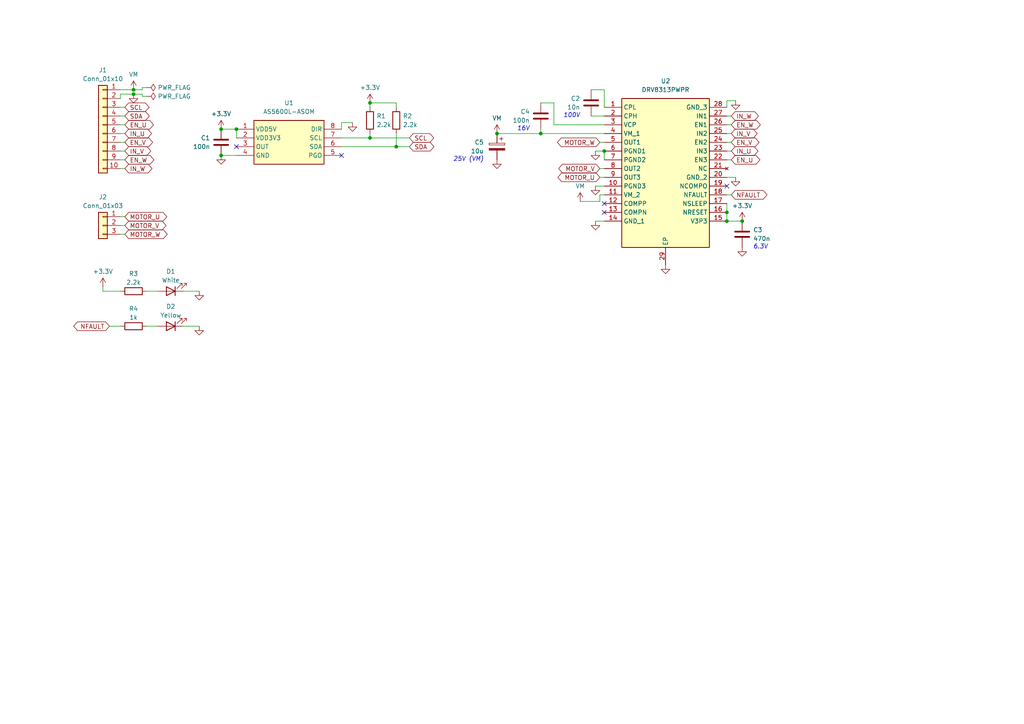
<source format=kicad_sch>
(kicad_sch (version 20230121) (generator eeschema)
  (paper "A4")
  (lib_symbols
    (symbol "Clouds_symbols:AS5600L-ASOM"
      (property "Reference" "U" (at 26.67 7.62 0))
      (property "Value" "AS5600L-ASOM" (at 26.67 5.08 0))
      (symbol "AS5600L-ASOM_1_1"
        (rectangle (start 5.08 2.54) (end 25.4 -10.16) (stroke (width 0.254)) (fill (type background)))
        (pin passive line (at 0 0 0) (length 5.08) (name "VDD5V") (number "1"))
        (pin passive line (at 0 -2.54 0) (length 5.08) (name "VDD3V3") (number "2"))
        (pin passive line (at 0 -5.08 0) (length 5.08) (name "OUT") (number "3"))
        (pin passive line (at 0 -7.62 0) (length 5.08) (name "GND") (number "4"))
        (pin passive line (at 30.48 -7.62 180) (length 5.08) (name "PGO") (number "5"))
        (pin passive line (at 30.48 -5.08 180) (length 5.08) (name "SDA") (number "6"))
        (pin passive line (at 30.48 -2.54 180) (length 5.08) (name "SCL") (number "7"))
        (pin passive line (at 30.48 0 180) (length 5.08) (name "DIR") (number "8"))
      )
    )
    (symbol "Clouds_symbols:DRV8313PWPR"
      (property "Reference" "U" (at 31.75 7.62 0))
      (property "Value" "DRV8313PWPR" (at 31.75 5.08 0))
      (symbol "DRV8313PWPR_1_1"
        (rectangle (start 5.08 2.54) (end 30.48 -40.64) (stroke (width 0.254)) (fill (type background)))
        (pin passive line (at 0 0 0) (length 5.08) (name "CPL") (number "1"))
        (pin passive line (at 0 -22.86 0) (length 5.08) (name "PGND3") (number "10"))
        (pin passive line (at 0 -25.4 0) (length 5.08) (name "VM_2") (number "11"))
        (pin passive line (at 0 -27.94 0) (length 5.08) (name "COMPP") (number "12"))
        (pin passive line (at 0 -30.48 0) (length 5.08) (name "COMPN") (number "13"))
        (pin passive line (at 0 -33.02 0) (length 5.08) (name "GND_1") (number "14"))
        (pin power_out line (at 35.56 -33.02 180) (length 5.08) (name "V3P3") (number "15"))
        (pin passive line (at 35.56 -30.48 180) (length 5.08) (name "NRESET") (number "16"))
        (pin passive line (at 35.56 -27.94 180) (length 5.08) (name "NSLEEP") (number "17"))
        (pin passive line (at 35.56 -25.4 180) (length 5.08) (name "NFAULT") (number "18"))
        (pin passive line (at 35.56 -22.86 180) (length 5.08) (name "NCOMPO") (number "19"))
        (pin passive line (at 0 -2.54 0) (length 5.08) (name "CPH") (number "2"))
        (pin passive line (at 35.56 -20.32 180) (length 5.08) (name "GND_2") (number "20"))
        (pin no_connect line (at 35.56 -17.78 180) (length 5.08) (name "NC") (number "21"))
        (pin passive line (at 35.56 -15.24 180) (length 5.08) (name "EN3") (number "22"))
        (pin passive line (at 35.56 -12.7 180) (length 5.08) (name "IN3") (number "23"))
        (pin passive line (at 35.56 -10.16 180) (length 5.08) (name "EN2") (number "24"))
        (pin passive line (at 35.56 -7.62 180) (length 5.08) (name "IN2") (number "25"))
        (pin passive line (at 35.56 -5.08 180) (length 5.08) (name "EN1") (number "26"))
        (pin passive line (at 35.56 -2.54 180) (length 5.08) (name "IN1") (number "27"))
        (pin passive line (at 35.56 0 180) (length 5.08) (name "GND_3") (number "28"))
        (pin passive line (at 17.78 -45.72 90) (length 5.08) (name "EP") (number "29"))
        (pin passive line (at 0 -5.08 0) (length 5.08) (name "VCP") (number "3"))
        (pin passive line (at 0 -7.62 0) (length 5.08) (name "VM_1") (number "4"))
        (pin passive line (at 0 -10.16 0) (length 5.08) (name "OUT1") (number "5"))
        (pin passive line (at 0 -12.7 0) (length 5.08) (name "PGND1") (number "6"))
        (pin passive line (at 0 -15.24 0) (length 5.08) (name "PGND2") (number "7"))
        (pin passive line (at 0 -17.78 0) (length 5.08) (name "OUT2") (number "8"))
        (pin passive line (at 0 -20.32 0) (length 5.08) (name "OUT3") (number "9"))
      )
    )
    (symbol "Clouds_symbols:VM" (power) (pin_names (offset 0))
      (property "Value" "VM" (at 0 3.81 0))
      (symbol "VM_0_1"
        (polyline (pts (xy -0.762 1.27) (xy 0 2.54)))
        (polyline (pts (xy 0 0) (xy 0 2.54)))
        (polyline (pts (xy 0 2.54) (xy 0.762 1.27)))
      )
      (symbol "VM_1_1"
        (pin power_in line (at 0 0 90) (length 0) hide (name "VM") (number "1"))
      )
    )
    (symbol "Connector_Generic:Conn_01x03" (pin_names (offset 1.016) hide)
      (property "Reference" "J" (at 0 5.08 0))
      (property "Value" "Conn_01x03" (at 0 -5.08 0))
      (symbol "Conn_01x03_1_1"
        (rectangle (start -1.27 -2.413) (end 0 -2.667) (stroke (width 0.1524)))
        (rectangle (start -1.27 0.127) (end 0 -0.127) (stroke (width 0.1524)))
        (rectangle (start -1.27 2.667) (end 0 2.413) (stroke (width 0.1524)))
        (rectangle (start -1.27 3.81) (end 1.27 -3.81) (stroke (width 0.254)) (fill (type background)))
        (pin passive line (at -5.08 2.54 0) (length 3.81) (name "Pin_1") (number "1"))
        (pin passive line (at -5.08 0 0) (length 3.81) (name "Pin_2") (number "2"))
        (pin passive line (at -5.08 -2.54 0) (length 3.81) (name "Pin_3") (number "3"))
      )
    )
    (symbol "Connector_Generic:Conn_01x10" (pin_names (offset 1.016) hide)
      (property "Reference" "J" (at 0 12.7 0))
      (property "Value" "Conn_01x10" (at 0 -15.24 0))
      (symbol "Conn_01x10_1_1"
        (rectangle (start -1.27 -12.573) (end 0 -12.827) (stroke (width 0.1524)))
        (rectangle (start -1.27 -10.033) (end 0 -10.287) (stroke (width 0.1524)))
        (rectangle (start -1.27 -7.493) (end 0 -7.747) (stroke (width 0.1524)))
        (rectangle (start -1.27 -4.953) (end 0 -5.207) (stroke (width 0.1524)))
        (rectangle (start -1.27 -2.413) (end 0 -2.667) (stroke (width 0.1524)))
        (rectangle (start -1.27 0.127) (end 0 -0.127) (stroke (width 0.1524)))
        (rectangle (start -1.27 2.667) (end 0 2.413) (stroke (width 0.1524)))
        (rectangle (start -1.27 5.207) (end 0 4.953) (stroke (width 0.1524)))
        (rectangle (start -1.27 7.747) (end 0 7.493) (stroke (width 0.1524)))
        (rectangle (start -1.27 10.287) (end 0 10.033) (stroke (width 0.1524)))
        (rectangle (start -1.27 11.43) (end 1.27 -13.97) (stroke (width 0.254)) (fill (type background)))
        (pin passive line (at -5.08 10.16 0) (length 3.81) (name "Pin_1") (number "1"))
        (pin passive line (at -5.08 -12.7 0) (length 3.81) (name "Pin_10") (number "10"))
        (pin passive line (at -5.08 7.62 0) (length 3.81) (name "Pin_2") (number "2"))
        (pin passive line (at -5.08 5.08 0) (length 3.81) (name "Pin_3") (number "3"))
        (pin passive line (at -5.08 2.54 0) (length 3.81) (name "Pin_4") (number "4"))
        (pin passive line (at -5.08 0 0) (length 3.81) (name "Pin_5") (number "5"))
        (pin passive line (at -5.08 -2.54 0) (length 3.81) (name "Pin_6") (number "6"))
        (pin passive line (at -5.08 -5.08 0) (length 3.81) (name "Pin_7") (number "7"))
        (pin passive line (at -5.08 -7.62 0) (length 3.81) (name "Pin_8") (number "8"))
        (pin passive line (at -5.08 -10.16 0) (length 3.81) (name "Pin_9") (number "9"))
      )
    )
    (symbol "Device:C" (pin_numbers hide) (pin_names (offset 0.254))
      (property "Reference" "C" (at 0.635 2.54 0))
      (property "Value" "C" (at 0.635 -2.54 0))
      (symbol "C_0_1"
        (polyline (pts (xy -2.032 -0.762) (xy 2.032 -0.762)) (stroke (width 0.508)))
        (polyline (pts (xy -2.032 0.762) (xy 2.032 0.762)) (stroke (width 0.508)))
      )
      (symbol "C_1_1"
        (pin passive line (at 0 3.81 270) (length 2.794) (name "~") (number "1"))
        (pin passive line (at 0 -3.81 90) (length 2.794) (name "~") (number "2"))
      )
    )
    (symbol "Device:C_Polarized" (pin_numbers hide) (pin_names (offset 0.254))
      (property "Reference" "C" (at 0.635 2.54 0))
      (property "Value" "C_Polarized" (at 0.635 -2.54 0))
      (symbol "C_Polarized_0_1"
        (rectangle (start -2.286 0.508) (end 2.286 1.016))
        (polyline (pts (xy -1.778 2.286) (xy -0.762 2.286)))
        (polyline (pts (xy -1.27 2.794) (xy -1.27 1.778)))
        (rectangle (start 2.286 -0.508) (end -2.286 -1.016) (fill (type outline)))
      )
      (symbol "C_Polarized_1_1"
        (pin passive line (at 0 3.81 270) (length 2.794) (name "~") (number "1"))
        (pin passive line (at 0 -3.81 90) (length 2.794) (name "~") (number "2"))
      )
    )
    (symbol "Device:LED" (pin_numbers hide) (pin_names (offset 1.016) hide)
      (property "Reference" "D" (at 0 2.54 0))
      (property "Value" "LED" (at 0 -2.54 0))
      (symbol "LED_0_1"
        (polyline (pts (xy -1.27 -1.27) (xy -1.27 1.27)) (stroke (width 0.254)))
        (polyline (pts (xy -1.27 0) (xy 1.27 0)))
        (polyline (pts (xy 1.27 -1.27) (xy 1.27 1.27) (xy -1.27 0) (xy 1.27 -1.27)) (stroke (width 0.254)))
        (polyline (pts (xy -3.048 -0.762) (xy -4.572 -2.286) (xy -3.81 -2.286) (xy -4.572 -2.286) (xy -4.572 -1.524)))
        (polyline (pts (xy -1.778 -0.762) (xy -3.302 -2.286) (xy -2.54 -2.286) (xy -3.302 -2.286) (xy -3.302 -1.524)))
      )
      (symbol "LED_1_1"
        (pin passive line (at -3.81 0 0) (length 2.54) (name "K") (number "1"))
        (pin passive line (at 3.81 0 180) (length 2.54) (name "A") (number "2"))
      )
    )
    (symbol "Device:R" (pin_numbers hide) (pin_names (offset 0))
      (property "Reference" "R" (at 2.032 0 90))
      (property "Value" "R" (at 0 0 90))
      (symbol "R_0_1"
        (rectangle (start -1.016 -2.54) (end 1.016 2.54) (stroke (width 0.254)))
      )
      (symbol "R_1_1"
        (pin passive line (at 0 3.81 270) (length 1.27) (name "~") (number "1"))
        (pin passive line (at 0 -3.81 90) (length 1.27) (name "~") (number "2"))
      )
    )
    (symbol "power:+3.3V" (power) (pin_names (offset 0))
      (property "Value" "+3.3V" (at 0 3.556 0))
      (symbol "+3.3V_0_1"
        (polyline (pts (xy -0.762 1.27) (xy 0 2.54)))
        (polyline (pts (xy 0 0) (xy 0 2.54)))
        (polyline (pts (xy 0 2.54) (xy 0.762 1.27)))
      )
      (symbol "+3.3V_1_1"
        (pin power_in line (at 0 0 90) (length 0) hide (name "+3.3V") (number "1"))
      )
    )
    (symbol "power:GND" (power) (pin_names (offset 0))
      (property "Value" "GND" (at 0 -3.81 0))
      (symbol "GND_0_1"
        (polyline (pts (xy 0 0) (xy 0 -1.27) (xy 1.27 -1.27) (xy 0 -2.54) (xy -1.27 -1.27) (xy 0 -1.27)))
      )
      (symbol "GND_1_1"
        (pin power_in line (at 0 0 270) (length 0) hide (name "GND") (number "1"))
      )
    )
    (symbol "power:PWR_FLAG" (power) (pin_numbers hide) (pin_names (offset 0) hide)
      (property "Value" "PWR_FLAG" (at 0 3.81 0))
      (symbol "PWR_FLAG_0_0"
        (pin power_out line (at 0 0 90) (length 0) (name "pwr") (number "1"))
      )
      (symbol "PWR_FLAG_0_1"
        (polyline (pts (xy 0 0) (xy 0 1.27) (xy -1.016 1.905) (xy 0 2.54) (xy 1.016 1.905) (xy 0 1.27)))
      )
    )
  )
  (junction (at 156.845 38.735))
  (junction (at 175.26 43.815))
  (junction (at 107.315 29.845))
  (junction (at 210.82 61.595))
  (junction (at 215.265 64.135))
  (junction (at 114.935 42.545))
  (junction (at 38.735 26.035))
  (junction (at 38.735 27.305))
  (junction (at 68.58 37.465))
  (junction (at 107.315 40.005))
  (junction (at 144.145 38.735))
  (junction (at 210.82 64.135))
  (junction (at 64.135 37.465))
  (junction (at 64.135 45.085))
  (no_connect (at 99.06 45.085))
  (no_connect (at 68.58 42.545))
  (no_connect (at 175.26 61.595))
  (no_connect (at 210.82 53.975))
  (no_connect (at 175.26 59.055))
  (wire (pts (xy 156.845 37.465) (xy 156.845 38.735)))
  (wire (pts (xy 42.545 84.455) (xy 45.72 84.455)))
  (wire (pts (xy 36.195 33.655) (xy 34.925 33.655)))
  (wire (pts (xy 41.275 26.035) (xy 38.735 26.035)))
  (wire (pts (xy 156.845 38.735) (xy 175.26 38.735)))
  (wire (pts (xy 34.925 26.035) (xy 38.735 26.035)))
  (wire (pts (xy 42.545 94.615) (xy 45.72 94.615)))
  (wire (pts (xy 36.195 36.195) (xy 34.925 36.195)))
  (wire (pts (xy 64.135 37.465) (xy 68.58 37.465)))
  (wire (pts (xy 210.82 59.055) (xy 210.82 61.595)))
  (wire (pts (xy 107.315 40.005) (xy 118.745 40.005)))
  (wire (pts (xy 36.195 46.355) (xy 34.925 46.355)))
  (wire (pts (xy 173.99 56.515) (xy 173.99 58.42)))
  (wire (pts (xy 36.195 48.895) (xy 34.925 48.895)))
  (wire (pts (xy 99.06 40.005) (xy 107.315 40.005)))
  (wire (pts (xy 36.195 38.735) (xy 34.925 38.735)))
  (wire (pts (xy 212.09 36.195) (xy 210.82 36.195)))
  (wire (pts (xy 173.99 51.435) (xy 175.26 51.435)))
  (wire (pts (xy 31.75 94.615) (xy 34.925 94.615)))
  (wire (pts (xy 107.315 29.845) (xy 107.315 31.115)))
  (wire (pts (xy 210.82 64.135) (xy 215.265 64.135)))
  (wire (pts (xy 210.82 29.21) (xy 213.36 29.21)))
  (wire (pts (xy 175.26 43.815) (xy 175.26 46.355)))
  (wire (pts (xy 99.06 37.465) (xy 99.06 35.56)))
  (wire (pts (xy 41.275 27.305) (xy 38.735 27.305)))
  (wire (pts (xy 175.26 56.515) (xy 173.99 56.515)))
  (wire (pts (xy 114.935 38.735) (xy 114.935 42.545)))
  (wire (pts (xy 36.195 67.945) (xy 34.925 67.945)))
  (wire (pts (xy 29.845 84.455) (xy 34.925 84.455)))
  (wire (pts (xy 173.99 48.895) (xy 175.26 48.895)))
  (wire (pts (xy 118.745 42.545) (xy 114.935 42.545)))
  (wire (pts (xy 210.82 61.595) (xy 210.82 64.135)))
  (wire (pts (xy 114.935 31.115) (xy 114.935 29.845)))
  (wire (pts (xy 42.545 25.4) (xy 41.275 25.4)))
  (wire (pts (xy 144.145 38.735) (xy 156.845 38.735)))
  (wire (pts (xy 171.45 33.655) (xy 175.26 33.655)))
  (wire (pts (xy 175.26 26.035) (xy 171.45 26.035)))
  (wire (pts (xy 68.58 37.465) (xy 68.58 40.005)))
  (wire (pts (xy 36.195 62.865) (xy 34.925 62.865)))
  (wire (pts (xy 107.315 38.735) (xy 107.315 40.005)))
  (wire (pts (xy 172.72 64.135) (xy 175.26 64.135)))
  (wire (pts (xy 41.275 27.94) (xy 41.275 27.305)))
  (wire (pts (xy 36.195 41.275) (xy 34.925 41.275)))
  (wire (pts (xy 42.545 27.94) (xy 41.275 27.94)))
  (wire (pts (xy 156.845 29.845) (xy 160.655 29.845)))
  (wire (pts (xy 210.82 56.515) (xy 212.09 56.515)))
  (wire (pts (xy 99.06 35.56) (xy 102.235 35.56)))
  (wire (pts (xy 210.82 29.21) (xy 210.82 31.115)))
  (wire (pts (xy 173.99 41.275) (xy 175.26 41.275)))
  (wire (pts (xy 160.655 29.845) (xy 160.655 36.195)))
  (wire (pts (xy 34.925 31.115) (xy 36.195 31.115)))
  (wire (pts (xy 53.34 94.615) (xy 57.785 94.615)))
  (wire (pts (xy 212.09 41.275) (xy 210.82 41.275)))
  (wire (pts (xy 34.925 27.305) (xy 38.735 27.305)))
  (wire (pts (xy 53.34 84.455) (xy 57.785 84.455)))
  (wire (pts (xy 36.195 43.815) (xy 34.925 43.815)))
  (wire (pts (xy 175.26 31.115) (xy 175.26 26.035)))
  (wire (pts (xy 114.935 42.545) (xy 99.06 42.545)))
  (wire (pts (xy 36.195 65.405) (xy 34.925 65.405)))
  (wire (pts (xy 213.36 51.435) (xy 210.82 51.435)))
  (wire (pts (xy 212.09 33.655) (xy 210.82 33.655)))
  (wire (pts (xy 114.935 29.845) (xy 107.315 29.845)))
  (wire (pts (xy 173.99 58.42) (xy 168.275 58.42)))
  (wire (pts (xy 41.275 25.4) (xy 41.275 26.035)))
  (wire (pts (xy 34.925 27.305) (xy 34.925 28.575)))
  (wire (pts (xy 160.655 36.195) (xy 175.26 36.195)))
  (wire (pts (xy 212.09 46.355) (xy 210.82 46.355)))
  (wire (pts (xy 212.09 43.815) (xy 210.82 43.815)))
  (wire (pts (xy 172.72 53.975) (xy 175.26 53.975)))
  (wire (pts (xy 64.135 45.085) (xy 68.58 45.085)))
  (wire (pts (xy 212.09 38.735) (xy 210.82 38.735)))
  (wire (pts (xy 172.72 43.815) (xy 175.26 43.815)))
  (wire (pts (xy 29.845 83.185) (xy 29.845 84.455)))
  (text "25V (VM)" (at 140.335 46.99 0) (effects (font (size 1.27 1.27) italic) (justify right bottom)))
  (text "16V" (at 153.67 38.1 0) (effects (font (size 1.27 1.27) italic) (justify right bottom)))
  (text "100V" (at 168.275 34.29 0) (effects (font (size 1.27 1.27) italic) (justify right bottom)))
  (text "6.3V" (at 218.44 72.39 0) (effects (font (size 1.27 1.27) italic) (justify left bottom)))
  (global_label "NFAULT" (shape bidirectional) (at 31.75 94.615 180) (property "Intersheetrefs" "${INTERSHEET_REFS}" (effects hide)))
  (global_label "EN_W" (shape bidirectional) (at 36.195 46.355 0) (property "Intersheetrefs" "${INTERSHEET_REFS}" (effects hide)))
  (global_label "IN_W" (shape bidirectional) (at 36.195 48.895 0) (property "Intersheetrefs" "${INTERSHEET_REFS}" (effects hide)))
  (global_label "EN_U" (shape bidirectional) (at 212.09 46.355 0) (property "Intersheetrefs" "${INTERSHEET_REFS}" (effects hide)))
  (global_label "EN_W" (shape bidirectional) (at 212.09 36.195 0) (property "Intersheetrefs" "${INTERSHEET_REFS}" (effects hide)))
  (global_label "MOTOR_U" (shape bidirectional) (at 36.195 62.865 0) (property "Intersheetrefs" "${INTERSHEET_REFS}" (effects hide)))
  (global_label "EN_U" (shape bidirectional) (at 36.195 36.195 0) (property "Intersheetrefs" "${INTERSHEET_REFS}" (effects hide)))
  (global_label "EN_V" (shape bidirectional) (at 36.195 41.275 0) (property "Intersheetrefs" "${INTERSHEET_REFS}" (effects hide)))
  (global_label "IN_U" (shape bidirectional) (at 212.09 43.815 0) (property "Intersheetrefs" "${INTERSHEET_REFS}" (effects hide)))
  (global_label "EN_V" (shape bidirectional) (at 212.09 41.275 0) (property "Intersheetrefs" "${INTERSHEET_REFS}" (effects hide)))
  (global_label "IN_V" (shape bidirectional) (at 212.09 38.735 0) (property "Intersheetrefs" "${INTERSHEET_REFS}" (effects hide)))
  (global_label "MOTOR_W" (shape bidirectional) (at 36.195 67.945 0) (property "Intersheetrefs" "${INTERSHEET_REFS}" (effects hide)))
  (global_label "IN_U" (shape bidirectional) (at 36.195 38.735 0) (property "Intersheetrefs" "${INTERSHEET_REFS}" (effects hide)))
  (global_label "SDA" (shape bidirectional) (at 36.195 33.655 0) (property "Intersheetrefs" "${INTERSHEET_REFS}" (effects hide)))
  (global_label "SCL" (shape bidirectional) (at 36.195 31.115 0) (property "Intersheetrefs" "${INTERSHEET_REFS}" (effects hide)))
  (global_label "SDA" (shape bidirectional) (at 118.745 42.545 0) (property "Intersheetrefs" "${INTERSHEET_REFS}" (effects hide)))
  (global_label "NFAULT" (shape bidirectional) (at 212.09 56.515 0) (property "Intersheetrefs" "${INTERSHEET_REFS}" (effects hide)))
  (global_label "MOTOR_V" (shape bidirectional) (at 173.99 48.895 180) (property "Intersheetrefs" "${INTERSHEET_REFS}" (effects hide)))
  (global_label "SCL" (shape bidirectional) (at 118.745 40.005 0) (property "Intersheetrefs" "${INTERSHEET_REFS}" (effects hide)))
  (global_label "IN_V" (shape bidirectional) (at 36.195 43.815 0) (property "Intersheetrefs" "${INTERSHEET_REFS}" (effects hide)))
  (global_label "MOTOR_U" (shape bidirectional) (at 173.99 51.435 180) (property "Intersheetrefs" "${INTERSHEET_REFS}" (effects hide)))
  (global_label "MOTOR_W" (shape bidirectional) (at 173.99 41.275 180) (property "Intersheetrefs" "${INTERSHEET_REFS}" (effects hide)))
  (global_label "IN_W" (shape bidirectional) (at 212.09 33.655 0) (property "Intersheetrefs" "${INTERSHEET_REFS}" (effects hide)))
  (global_label "MOTOR_V" (shape bidirectional) (at 36.195 65.405 0) (property "Intersheetrefs" "${INTERSHEET_REFS}" (effects hide)))
  (symbol (lib_id "power:GND") (at 57.785 94.615 0) (unit 1)
    (property "Reference" "#PWR020" (effects hide))
    (property "Value" "GND" (effects hide))
  )
  (symbol (lib_id "Connector_Generic:Conn_01x03") (at 29.845 65.405 0) (mirror y) (unit 1)
    (property "Reference" "J2" (at 29.845 57.15 0))
    (property "Value" "Conn_01x03" (at 29.845 59.69 0))
    (property "Footprint" "Connector_PinHeader_2.54mm:PinHeader_1x03_P2.54mm_Vertical" (effects hide))
  )
  (symbol (lib_id "power:GND") (at 213.36 51.435 0) (unit 1)
    (property "Reference" "#PWR04" (effects hide))
    (property "Value" "GND" (effects hide))
  )
  (symbol (lib_id "Device:R") (at 38.735 94.615 90) (unit 1)
    (property "Reference" "R4" (at 38.735 89.535 90))
    (property "Value" "1k" (at 38.735 92.075 90))
    (property "Footprint" "Resistor_SMD:R_0603_1608Metric" (effects hide))
  )
  (symbol (lib_id "Device:C") (at 215.265 67.945 0) (mirror y) (unit 1)
    (property "Reference" "C3" (at 218.44 66.675 0) (effects (justify right)))
    (property "Value" "470n" (at 218.44 69.215 0) (effects (justify right)))
    (property "Footprint" "Capacitor_SMD:C_0603_1608Metric" (effects hide))
  )
  (symbol (lib_id "power:+3.3V") (at 29.845 83.185 0) (unit 1)
    (property "Reference" "#PWR019" (effects hide))
    (property "Value" "+3.3V" (at 29.845 78.74 0))
  )
  (symbol (lib_id "Clouds_symbols:VM") (at 168.275 58.42 0) (unit 1)
    (property "Reference" "#PWR016" (effects hide))
    (property "Value" "VM" (at 168.275 53.975 0))
  )
  (symbol (lib_id "Connector_Generic:Conn_01x10") (at 29.845 36.195 0) (mirror y) (unit 1)
    (property "Reference" "J1" (at 29.845 20.32 0))
    (property "Value" "Conn_01x10" (at 29.845 22.86 0))
    (property "Footprint" "Connector_PinHeader_2.54mm:PinHeader_1x10_P2.54mm_Vertical" (effects hide))
  )
  (symbol (lib_id "power:GND") (at 64.135 45.085 0) (unit 1)
    (property "Reference" "#PWR012" (effects hide))
    (property "Value" "GND" (effects hide))
  )
  (symbol (lib_id "Clouds_symbols:VM") (at 144.145 38.735 0) (unit 1)
    (property "Reference" "#PWR010" (effects hide))
    (property "Value" "VM" (at 144.145 34.29 0))
  )
  (symbol (lib_id "Device:C") (at 171.45 29.845 0) (unit 1)
    (property "Reference" "C2" (at 168.275 28.575 0) (effects (justify right)))
    (property "Value" "10n" (at 168.275 31.115 0) (effects (justify right)))
    (property "Footprint" "Capacitor_SMD:C_0603_1608Metric" (effects hide))
  )
  (symbol (lib_id "power:GND") (at 38.735 27.305 0) (unit 1)
    (property "Reference" "#PWR02" (effects hide))
    (property "Value" "GND" (effects hide))
  )
  (symbol (lib_id "power:GND") (at 172.72 43.815 0) (unit 1)
    (property "Reference" "#PWR07" (effects hide))
    (property "Value" "GND" (effects hide))
  )
  (symbol (lib_id "power:PWR_FLAG") (at 42.545 25.4 270) (unit 1)
    (property "Reference" "#FLG01" (effects hide))
    (property "Value" "PWR_FLAG" (at 45.72 25.4 90) (effects (justify left)))
  )
  (symbol (lib_id "Device:R") (at 114.935 34.925 0) (unit 1)
    (property "Reference" "R2" (at 116.84 33.655 0) (effects (justify left)))
    (property "Value" "2.2k" (at 116.84 36.195 0) (effects (justify left)))
    (property "Footprint" "Resistor_SMD:R_0603_1608Metric" (effects hide))
  )
  (symbol (lib_id "power:GND") (at 213.36 29.21 0) (unit 1)
    (property "Reference" "#PWR05" (effects hide))
    (property "Value" "GND" (effects hide))
  )
  (symbol (lib_id "power:GND") (at 193.04 76.835 0) (unit 1)
    (property "Reference" "#PWR017" (effects hide))
    (property "Value" "GND" (effects hide))
  )
  (symbol (lib_id "power:GND") (at 215.265 71.755 0) (unit 1)
    (property "Reference" "#PWR015" (effects hide))
    (property "Value" "GND" (effects hide))
  )
  (symbol (lib_id "Device:C_Polarized") (at 144.145 42.545 0) (mirror y) (unit 1)
    (property "Reference" "C5" (at 140.335 41.275 0) (effects (justify left)))
    (property "Value" "10u" (at 140.335 43.815 0) (effects (justify left)))
    (property "Footprint" "Capacitor_SMD:CP_Elec_5x3.9" (effects hide))
  )
  (symbol (lib_id "Clouds_symbols:VM") (at 38.735 26.035 0) (unit 1)
    (property "Reference" "#PWR01" (effects hide))
    (property "Value" "VM" (at 38.735 21.59 0))
  )
  (symbol (lib_id "power:GND") (at 102.235 35.56 0) (unit 1)
    (property "Reference" "#PWR013" (effects hide))
    (property "Value" "GND" (effects hide))
  )
  (symbol (lib_id "Device:C") (at 64.135 41.275 0) (unit 1)
    (property "Reference" "C1" (at 60.96 40.005 0) (effects (justify right)))
    (property "Value" "100n" (at 60.96 42.545 0) (effects (justify right)))
    (property "Footprint" "Capacitor_SMD:C_0603_1608Metric" (effects hide))
  )
  (symbol (lib_id "Device:R") (at 38.735 84.455 90) (unit 1)
    (property "Reference" "R3" (at 38.735 79.375 90))
    (property "Value" "2.2k" (at 38.735 81.915 90))
    (property "Footprint" "Resistor_SMD:R_0603_1608Metric" (effects hide))
  )
  (symbol (lib_id "Device:C") (at 156.845 33.655 0) (unit 1)
    (property "Reference" "C4" (at 153.67 32.385 0) (effects (justify right)))
    (property "Value" "100n" (at 153.67 34.925 0) (effects (justify right)))
    (property "Footprint" "Capacitor_SMD:C_0603_1608Metric" (effects hide))
  )
  (symbol (lib_id "Clouds_symbols:AS5600L-ASOM") (at 68.58 37.465 0) (unit 1)
    (property "Reference" "U1" (at 83.82 29.845 0))
    (property "Value" "AS5600L-ASOM" (at 83.82 32.385 0))
    (property "Footprint" "Clouds_footprints:SOIC127P600X175-8N" (effects hide))
    (property "Datasheet" "https://www.mouser.com/datasheet/2/588/AS5600L_DS000545_2-00-1379746.pdf" (effects hide))
    (property "Height" "1.75" (effects hide))
    (property "Manufacturer_Name" "ams" (effects hide))
    (property "Manufacturer_Part_Number" "AS5600L-ASOM" (effects hide))
    (property "Mouser Part Number" "985-AS5600L-ASOM" (effects hide))
    (property "Mouser Price/Stock" "https://www.mouser.co.uk/ProductDetail/ams/AS5600L-ASOM?qs=%252BEew9%252B0nqrBunD4f%2FviZXA%3D%3D" (effects hide))
    (property "Arrow Part Number" "AS5600L-ASOM" (effects hide))
    (property "Arrow Price/Stock" "https://www.arrow.com/en/products/as5600l-asom/ams-ag?region=europe" (effects hide))
  )
  (symbol (lib_id "power:+3.3V") (at 107.315 29.845 0) (unit 1)
    (property "Reference" "#PWR014" (effects hide))
    (property "Value" "+3.3V" (at 107.315 25.4 0))
  )
  (symbol (lib_id "power:+3.3V") (at 215.265 64.135 0) (unit 1)
    (property "Reference" "#PWR09" (effects hide))
    (property "Value" "+3.3V" (at 215.265 59.69 0))
  )
  (symbol (lib_id "power:+3.3V") (at 64.135 37.465 0) (unit 1)
    (property "Reference" "#PWR08" (effects hide))
    (property "Value" "+3.3V" (at 64.135 33.02 0))
  )
  (symbol (lib_id "power:GND") (at 172.72 64.135 0) (unit 1)
    (property "Reference" "#PWR03" (effects hide))
    (property "Value" "GND" (effects hide))
  )
  (symbol (lib_id "Clouds_symbols:DRV8313PWPR") (at 175.26 31.115 0) (unit 1)
    (property "Reference" "U2" (at 193.04 23.495 0))
    (property "Value" "DRV8313PWPR" (at 193.04 26.035 0))
    (property "Footprint" "Clouds_footprints:SOP65P640X120-29N" (effects hide))
    (property "Datasheet" "http://www.ti.com/lit/gpn/drv8313" (effects hide))
    (property "Height" "1.2" (effects hide))
    (property "Manufacturer_Name" "Texas Instruments" (effects hide))
    (property "Manufacturer_Part_Number" "DRV8313PWPR" (effects hide))
    (property "Mouser Part Number" "595-DRV8313PWPR" (effects hide))
    (property "Mouser Price/Stock" "https://www.mouser.co.uk/ProductDetail/Texas-Instruments/DRV8313PWPR?qs=aQEsdMNF%2FMwPk4783CnTRg%3D%3D" (effects hide))
    (property "Arrow Part Number" "DRV8313PWPR" (effects hide))
    (property "Arrow Price/Stock" "https://www.arrow.com/en/products/drv8313pwpr/texas-instruments?region=nac" (effects hide))
  )
  (symbol (lib_id "power:GND") (at 144.145 46.355 0) (unit 1)
    (property "Reference" "#PWR011" (effects hide))
    (property "Value" "GND" (effects hide))
  )
  (symbol (lib_id "power:GND") (at 172.72 53.975 0) (unit 1)
    (property "Reference" "#PWR06" (effects hide))
    (property "Value" "GND" (effects hide))
  )
  (symbol (lib_id "power:PWR_FLAG") (at 42.545 27.94 270) (unit 1)
    (property "Reference" "#FLG0101" (effects hide))
    (property "Value" "PWR_FLAG" (at 45.72 27.94 90) (effects (justify left)))
  )
  (symbol (lib_id "Device:LED") (at 49.53 84.455 180) (unit 1)
    (property "Reference" "D1" (at 49.53 78.74 0))
    (property "Value" "White" (at 49.53 81.28 0))
    (property "Footprint" "LED_SMD:LED_0805_2012Metric" (effects hide))
  )
  (symbol (lib_id "Device:LED") (at 49.53 94.615 180) (unit 1)
    (property "Reference" "D2" (at 49.53 88.9 0))
    (property "Value" "Yellow" (at 49.53 91.44 0))
    (property "Footprint" "LED_SMD:LED_0805_2012Metric" (effects hide))
  )
  (symbol (lib_id "power:GND") (at 57.785 84.455 0) (unit 1)
    (property "Reference" "#PWR018" (effects hide))
    (property "Value" "GND" (effects hide))
  )
  (symbol (lib_id "Device:R") (at 107.315 34.925 0) (unit 1)
    (property "Reference" "R1" (at 109.22 33.655 0) (effects (justify left)))
    (property "Value" "2.2k" (at 109.22 36.195 0) (effects (justify left)))
    (property "Footprint" "Resistor_SMD:R_0603_1608Metric" (effects hide))
  )
)
</source>
